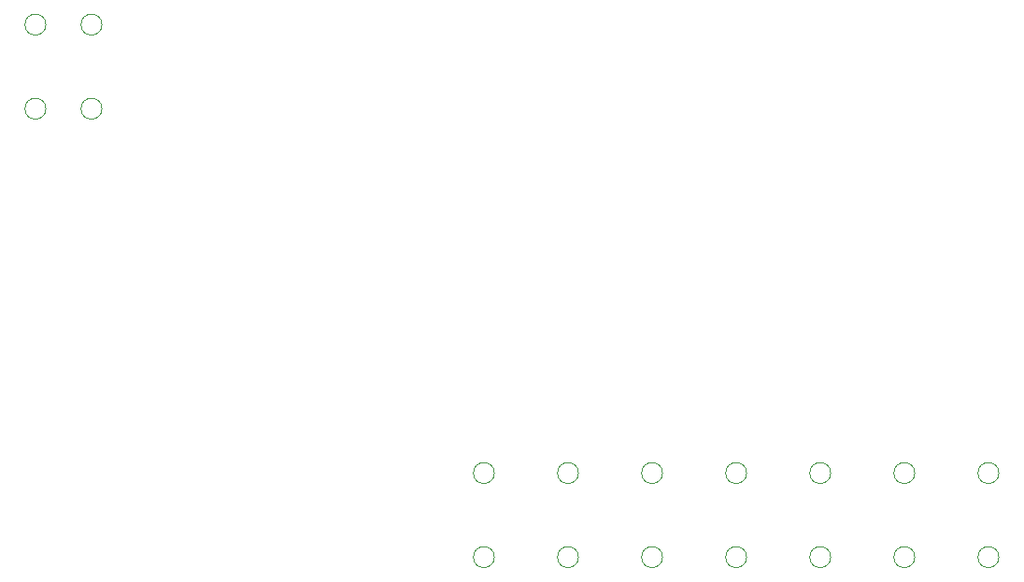
<source format=gbr>
G04 #@! TF.FileFunction,Legend,Bot*
%FSLAX46Y46*%
G04 Gerber Fmt 4.6, Leading zero omitted, Abs format (unit mm)*
G04 Created by KiCad (PCBNEW 4.0.5+dfsg1-4) date Sun May 13 10:15:53 2018*
%MOMM*%
%LPD*%
G01*
G04 APERTURE LIST*
%ADD10C,0.100000*%
G04 APERTURE END LIST*
D10*
X79689490Y-109220000D02*
G75*
G03X79689490Y-109220000I-949490J0D01*
G01*
X79689490Y-116840000D02*
G75*
G03X79689490Y-116840000I-949490J0D01*
G01*
X74609490Y-116840000D02*
G75*
G03X74609490Y-116840000I-949490J0D01*
G01*
X74609490Y-109220000D02*
G75*
G03X74609490Y-109220000I-949490J0D01*
G01*
X115249490Y-149860000D02*
G75*
G03X115249490Y-149860000I-949490J0D01*
G01*
X115249490Y-157480000D02*
G75*
G03X115249490Y-157480000I-949490J0D01*
G01*
X122869490Y-149860000D02*
G75*
G03X122869490Y-149860000I-949490J0D01*
G01*
X122869490Y-157480000D02*
G75*
G03X122869490Y-157480000I-949490J0D01*
G01*
X130489490Y-149860000D02*
G75*
G03X130489490Y-149860000I-949490J0D01*
G01*
X130489490Y-157480000D02*
G75*
G03X130489490Y-157480000I-949490J0D01*
G01*
X138109490Y-149860000D02*
G75*
G03X138109490Y-149860000I-949490J0D01*
G01*
X138109490Y-157480000D02*
G75*
G03X138109490Y-157480000I-949490J0D01*
G01*
X145729490Y-149860000D02*
G75*
G03X145729490Y-149860000I-949490J0D01*
G01*
X145729490Y-157480000D02*
G75*
G03X145729490Y-157480000I-949490J0D01*
G01*
X153349490Y-149860000D02*
G75*
G03X153349490Y-149860000I-949490J0D01*
G01*
X153349490Y-157480000D02*
G75*
G03X153349490Y-157480000I-949490J0D01*
G01*
X160969490Y-149860000D02*
G75*
G03X160969490Y-149860000I-949490J0D01*
G01*
X160969490Y-157480000D02*
G75*
G03X160969490Y-157480000I-949490J0D01*
G01*
M02*

</source>
